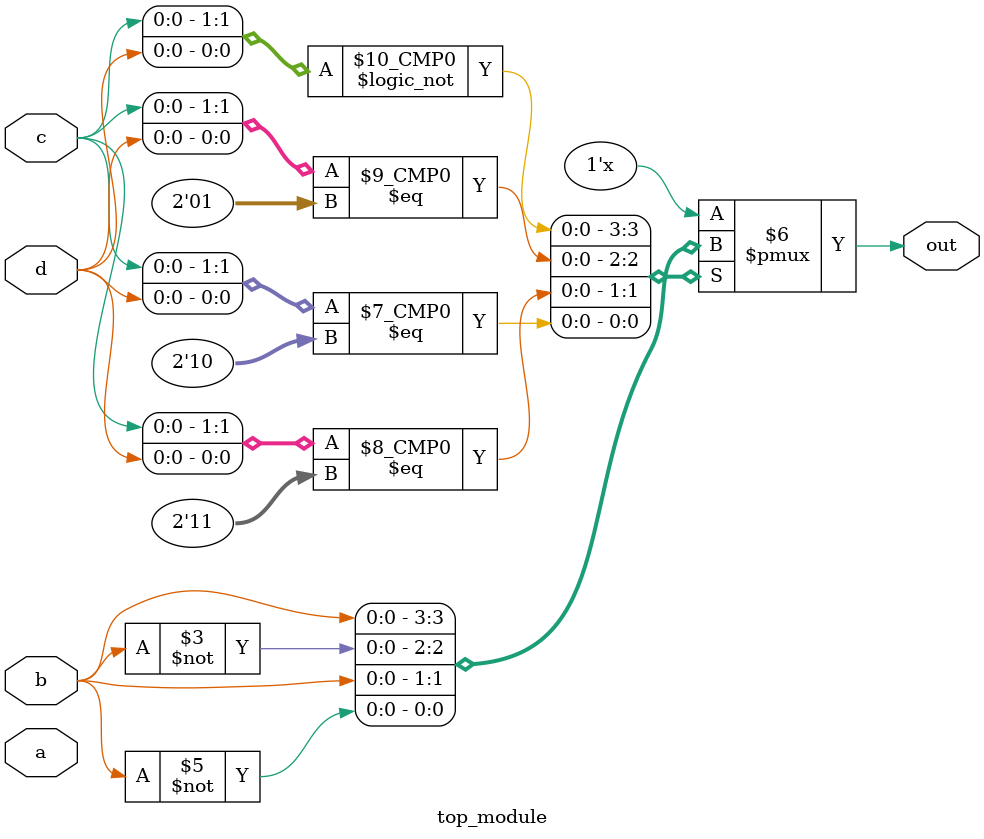
<source format=sv>
module top_module (
	input a, 
	input b,
	input c,
	input d,
	output reg out
);

always @(*) begin
	case ({c,d})
		2'b00: out = (b == 1'b1);
		2'b01: out = (b == 1'b0);
		2'b11: out = (b == 1'b1);
		2'b10: out = (b == 1'b0);
		default: out = 1'b0; // default case to cover corner cases
	endcase
end

endmodule

</source>
